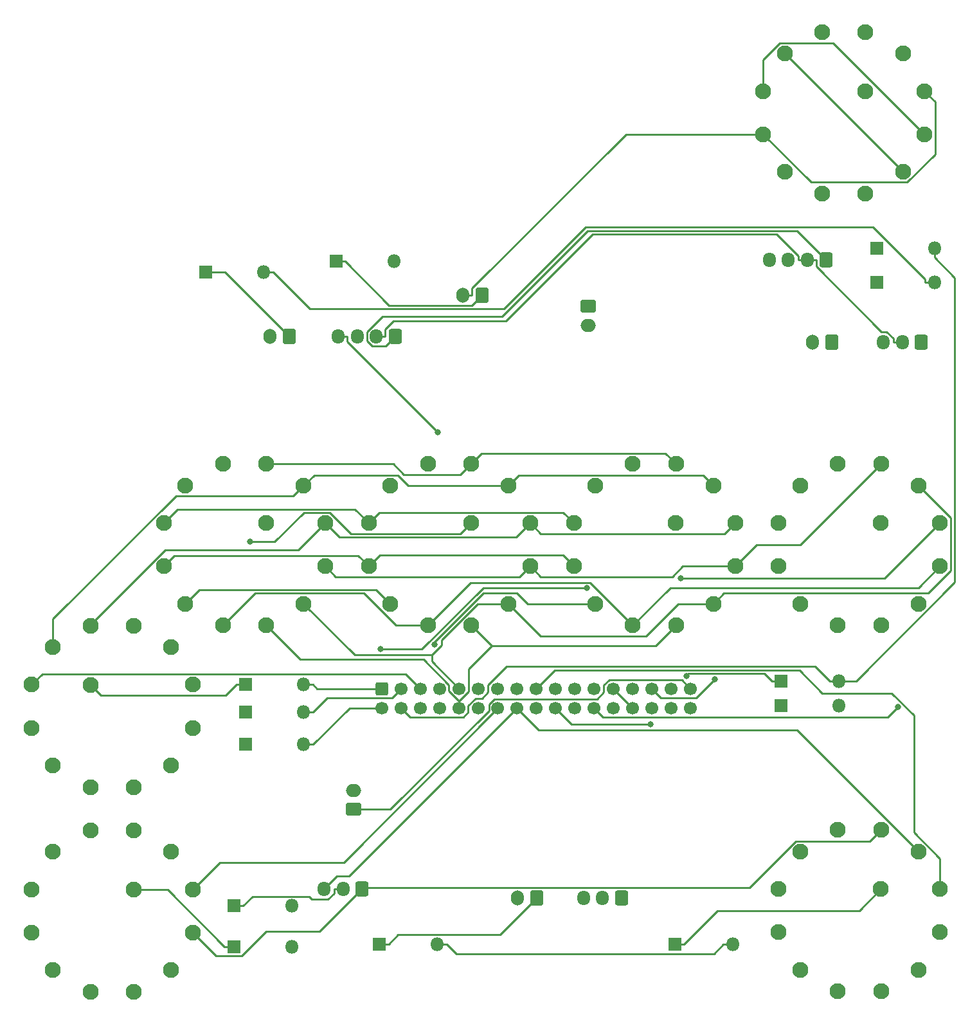
<source format=gbr>
%TF.GenerationSoftware,KiCad,Pcbnew,8.0.2-1*%
%TF.CreationDate,2024-08-11T12:42:30+10:00*%
%TF.ProjectId,UHF-ROTARIES,5548462d-524f-4544-9152-4945532e6b69,rev?*%
%TF.SameCoordinates,Original*%
%TF.FileFunction,Copper,L2,Bot*%
%TF.FilePolarity,Positive*%
%FSLAX46Y46*%
G04 Gerber Fmt 4.6, Leading zero omitted, Abs format (unit mm)*
G04 Created by KiCad (PCBNEW 8.0.2-1) date 2024-08-11 12:42:30*
%MOMM*%
%LPD*%
G01*
G04 APERTURE LIST*
G04 Aperture macros list*
%AMRoundRect*
0 Rectangle with rounded corners*
0 $1 Rounding radius*
0 $2 $3 $4 $5 $6 $7 $8 $9 X,Y pos of 4 corners*
0 Add a 4 corners polygon primitive as box body*
4,1,4,$2,$3,$4,$5,$6,$7,$8,$9,$2,$3,0*
0 Add four circle primitives for the rounded corners*
1,1,$1+$1,$2,$3*
1,1,$1+$1,$4,$5*
1,1,$1+$1,$6,$7*
1,1,$1+$1,$8,$9*
0 Add four rect primitives between the rounded corners*
20,1,$1+$1,$2,$3,$4,$5,0*
20,1,$1+$1,$4,$5,$6,$7,0*
20,1,$1+$1,$6,$7,$8,$9,0*
20,1,$1+$1,$8,$9,$2,$3,0*%
G04 Aperture macros list end*
%TA.AperFunction,ComponentPad*%
%ADD10C,2.100000*%
%TD*%
%TA.AperFunction,ComponentPad*%
%ADD11R,1.800000X1.800000*%
%TD*%
%TA.AperFunction,ComponentPad*%
%ADD12O,1.800000X1.800000*%
%TD*%
%TA.AperFunction,ComponentPad*%
%ADD13RoundRect,0.250000X0.600000X0.750000X-0.600000X0.750000X-0.600000X-0.750000X0.600000X-0.750000X0*%
%TD*%
%TA.AperFunction,ComponentPad*%
%ADD14O,1.700000X2.000000*%
%TD*%
%TA.AperFunction,ComponentPad*%
%ADD15RoundRect,0.250000X0.600000X0.725000X-0.600000X0.725000X-0.600000X-0.725000X0.600000X-0.725000X0*%
%TD*%
%TA.AperFunction,ComponentPad*%
%ADD16O,1.700000X1.950000*%
%TD*%
%TA.AperFunction,ComponentPad*%
%ADD17RoundRect,0.250000X-0.750000X0.600000X-0.750000X-0.600000X0.750000X-0.600000X0.750000X0.600000X0*%
%TD*%
%TA.AperFunction,ComponentPad*%
%ADD18O,2.000000X1.700000*%
%TD*%
%TA.AperFunction,ComponentPad*%
%ADD19RoundRect,0.250000X0.750000X-0.600000X0.750000X0.600000X-0.750000X0.600000X-0.750000X-0.600000X0*%
%TD*%
%TA.AperFunction,ComponentPad*%
%ADD20RoundRect,0.250000X-0.600000X0.600000X-0.600000X-0.600000X0.600000X-0.600000X0.600000X0.600000X0*%
%TD*%
%TA.AperFunction,ComponentPad*%
%ADD21C,1.700000*%
%TD*%
%TA.AperFunction,ViaPad*%
%ADD22C,0.800000*%
%TD*%
%TA.AperFunction,Conductor*%
%ADD23C,0.250000*%
%TD*%
G04 APERTURE END LIST*
D10*
%TO.P,SW9,1,1*%
%TO.N,ROW0*%
X107472000Y17778000D03*
%TO.P,SW9,2,2*%
%TO.N,ROW1*%
X112403000Y14931000D03*
%TO.P,SW9,3,3*%
%TO.N,ROW2*%
X115250000Y10000000D03*
%TO.P,SW9,4,4*%
%TO.N,ROW3*%
X115250000Y4306000D03*
%TO.P,SW9,5,5*%
%TO.N,ROW4*%
X112403000Y-625000D03*
%TO.P,SW9,6,6*%
%TO.N,ROW5*%
X107472000Y-3472000D03*
%TO.P,SW9,7,7*%
%TO.N,ROW6*%
X101778000Y-3472000D03*
%TO.P,SW9,8,8*%
%TO.N,ROW7*%
X96847000Y-625000D03*
%TO.P,SW9,9,9*%
%TO.N,ROW8*%
X94000000Y4306000D03*
%TO.P,SW9,10,10*%
%TO.N,ROW9*%
X94000000Y10000000D03*
%TO.P,SW9,11,11*%
%TO.N,unconnected-(SW9-Pad11)*%
X96847000Y14931000D03*
%TO.P,SW9,12,12*%
%TO.N,unconnected-(SW9-Pad12)*%
X101778000Y17778000D03*
%TO.P,SW9,A1,A1*%
%TO.N,Net-(D10-K)*%
X107453000Y9981000D03*
%TD*%
%TO.P,J10,1,1*%
%TO.N,ROW10*%
X134472000Y-30397000D03*
%TO.P,J10,2,2*%
%TO.N,ROW11*%
X139403000Y-33244000D03*
%TO.P,J10,3,3*%
%TO.N,ROW12*%
X142250000Y-38175000D03*
%TO.P,J10,4,4*%
%TO.N,unconnected-(J10-Pad4)*%
X142250000Y-43869000D03*
%TO.P,J10,5,5*%
%TO.N,unconnected-(J10-Pad5)*%
X139403000Y-48800000D03*
%TO.P,J10,6,6*%
%TO.N,unconnected-(J10-Pad6)*%
X134472000Y-51647000D03*
%TO.P,J10,7,7*%
%TO.N,unconnected-(J10-Pad7)*%
X128778000Y-51647000D03*
%TO.P,J10,8,8*%
%TO.N,unconnected-(J10-Pad8)*%
X123847000Y-48800000D03*
%TO.P,J10,9,9*%
%TO.N,unconnected-(J10-Pad9)*%
X121000000Y-43869000D03*
%TO.P,J10,10,10*%
%TO.N,unconnected-(J10-Pad10)*%
X121000000Y-38175000D03*
%TO.P,J10,11,11*%
%TO.N,unconnected-(J10-Pad11)*%
X123847000Y-33244000D03*
%TO.P,J10,12,12*%
%TO.N,unconnected-(J10-Pad12)*%
X128778000Y-30397000D03*
%TO.P,J10,A1,A1*%
%TO.N,Net-(D2-K)*%
X134453000Y-38194000D03*
%TD*%
%TO.P,SW2,1,1*%
%TO.N,ROW0*%
X80472000Y17778000D03*
%TO.P,SW2,2,2*%
%TO.N,ROW1*%
X85403000Y14931000D03*
%TO.P,SW2,3,3*%
%TO.N,ROW2*%
X88250000Y10000000D03*
%TO.P,SW2,4,4*%
%TO.N,ROW3*%
X88250000Y4306000D03*
%TO.P,SW2,5,5*%
%TO.N,ROW4*%
X85403000Y-625000D03*
%TO.P,SW2,6,6*%
%TO.N,ROW5*%
X80472000Y-3472000D03*
%TO.P,SW2,7,7*%
%TO.N,ROW6*%
X74778000Y-3472000D03*
%TO.P,SW2,8,8*%
%TO.N,ROW7*%
X69847000Y-625000D03*
%TO.P,SW2,9,9*%
%TO.N,ROW8*%
X67000000Y4306000D03*
%TO.P,SW2,10,10*%
%TO.N,ROW9*%
X67000000Y10000000D03*
%TO.P,SW2,11,11*%
%TO.N,unconnected-(SW2-Pad11)*%
X69847000Y14931000D03*
%TO.P,SW2,12,12*%
%TO.N,unconnected-(SW2-Pad12)*%
X74778000Y17778000D03*
%TO.P,SW2,A1,A1*%
%TO.N,Net-(D7-K)*%
X80453000Y9981000D03*
%TD*%
%TO.P,J9,1,1*%
%TO.N,ROW7*%
X36022000Y-30428000D03*
%TO.P,J9,2,2*%
%TO.N,ROW8*%
X40953000Y-33275000D03*
%TO.P,J9,3,3*%
%TO.N,ROW9*%
X43800000Y-38206000D03*
%TO.P,J9,4,4*%
%TO.N,ROW10*%
X43800000Y-43900000D03*
%TO.P,J9,5,5*%
%TO.N,unconnected-(J9-Pad5)*%
X40953000Y-48831000D03*
%TO.P,J9,6,6*%
%TO.N,unconnected-(J9-Pad6)*%
X36022000Y-51678000D03*
%TO.P,J9,7,7*%
%TO.N,unconnected-(J9-Pad7)*%
X30328000Y-51678000D03*
%TO.P,J9,8,8*%
%TO.N,unconnected-(J9-Pad8)*%
X25397000Y-48831000D03*
%TO.P,J9,9,9*%
%TO.N,unconnected-(J9-Pad9)*%
X22550000Y-43900000D03*
%TO.P,J9,10,10*%
%TO.N,unconnected-(J9-Pad10)*%
X22550000Y-38206000D03*
%TO.P,J9,11,11*%
%TO.N,unconnected-(J9-Pad11)*%
X25397000Y-33275000D03*
%TO.P,J9,12,12*%
%TO.N,unconnected-(J9-Pad12)*%
X30328000Y-30428000D03*
%TO.P,J9,A1,A1*%
%TO.N,Net-(D1-K)*%
X36003000Y-38225000D03*
%TD*%
%TO.P,SW5,1,1*%
%TO.N,ROW0*%
X22553000Y-11275000D03*
%TO.P,SW5,2,2*%
%TO.N,ROW1*%
X25400000Y-6344000D03*
%TO.P,SW5,3,3*%
%TO.N,ROW2*%
X30331000Y-3497000D03*
%TO.P,SW5,4,4*%
%TO.N,unconnected-(SW5-Pad4)*%
X36025000Y-3497000D03*
%TO.P,SW5,5,5*%
%TO.N,unconnected-(SW5-Pad5)*%
X40956000Y-6344000D03*
%TO.P,SW5,6,6*%
%TO.N,unconnected-(SW5-Pad6)*%
X43803000Y-11275000D03*
%TO.P,SW5,7,7*%
%TO.N,unconnected-(SW5-Pad7)*%
X43803000Y-16969000D03*
%TO.P,SW5,8,8*%
%TO.N,unconnected-(SW5-Pad8)*%
X40956000Y-21900000D03*
%TO.P,SW5,9,9*%
%TO.N,unconnected-(SW5-Pad9)*%
X36025000Y-24747000D03*
%TO.P,SW5,10,10*%
%TO.N,unconnected-(SW5-Pad10)*%
X30331000Y-24747000D03*
%TO.P,SW5,11,11*%
%TO.N,unconnected-(SW5-Pad11)*%
X25400000Y-21900000D03*
%TO.P,SW5,12,12*%
%TO.N,unconnected-(SW5-Pad12)*%
X22553000Y-16969000D03*
%TO.P,SW5,A1,A1*%
%TO.N,Net-(D5-K)*%
X30350000Y-11294000D03*
%TD*%
%TO.P,SW3,1,1*%
%TO.N,ROW3*%
X134472000Y17778000D03*
%TO.P,SW3,2,2*%
%TO.N,ROW4*%
X139403000Y14931000D03*
%TO.P,SW3,3,3*%
%TO.N,ROW5*%
X142250000Y10000000D03*
%TO.P,SW3,4,4*%
%TO.N,ROW6*%
X142250000Y4306000D03*
%TO.P,SW3,5,5*%
%TO.N,unconnected-(SW3-Pad5)*%
X139403000Y-625000D03*
%TO.P,SW3,6,6*%
%TO.N,unconnected-(SW3-Pad6)*%
X134472000Y-3472000D03*
%TO.P,SW3,7,7*%
%TO.N,unconnected-(SW3-Pad7)*%
X128778000Y-3472000D03*
%TO.P,SW3,8,8*%
%TO.N,unconnected-(SW3-Pad8)*%
X123847000Y-625000D03*
%TO.P,SW3,9,9*%
%TO.N,unconnected-(SW3-Pad9)*%
X121000000Y4306000D03*
%TO.P,SW3,10,10*%
%TO.N,unconnected-(SW3-Pad10)*%
X121000000Y10000000D03*
%TO.P,SW3,11,11*%
%TO.N,unconnected-(SW3-Pad11)*%
X123847000Y14931000D03*
%TO.P,SW3,12,12*%
%TO.N,unconnected-(SW3-Pad12)*%
X128778000Y17778000D03*
%TO.P,SW3,A1,A1*%
%TO.N,Net-(D8-K)*%
X134453000Y9981000D03*
%TD*%
%TO.P,SW1,1,1*%
%TO.N,ROW0*%
X53472000Y17778000D03*
%TO.P,SW1,2,2*%
%TO.N,ROW1*%
X58403000Y14931000D03*
%TO.P,SW1,3,3*%
%TO.N,ROW2*%
X61250000Y10000000D03*
%TO.P,SW1,4,4*%
%TO.N,ROW3*%
X61250000Y4306000D03*
%TO.P,SW1,5,5*%
%TO.N,ROW4*%
X58403000Y-625000D03*
%TO.P,SW1,6,6*%
%TO.N,ROW5*%
X53472000Y-3472000D03*
%TO.P,SW1,7,7*%
%TO.N,ROW6*%
X47778000Y-3472000D03*
%TO.P,SW1,8,8*%
%TO.N,ROW7*%
X42847000Y-625000D03*
%TO.P,SW1,9,9*%
%TO.N,ROW8*%
X40000000Y4306000D03*
%TO.P,SW1,10,10*%
%TO.N,ROW9*%
X40000000Y10000000D03*
%TO.P,SW1,11,11*%
%TO.N,unconnected-(SW1-Pad11)*%
X42847000Y14931000D03*
%TO.P,SW1,12,12*%
%TO.N,unconnected-(SW1-Pad12)*%
X47778000Y17778000D03*
%TO.P,SW1,A1,A1*%
%TO.N,Net-(D6-K)*%
X53453000Y9981000D03*
%TD*%
%TO.P,SW4,1,1*%
%TO.N,ROW10*%
X132425000Y74647000D03*
%TO.P,SW4,2,2*%
%TO.N,ROW11*%
X137356000Y71800000D03*
%TO.P,SW4,3,3*%
%TO.N,ROW12*%
X140203000Y66869000D03*
%TO.P,SW4,4,4*%
%TO.N,ROW13*%
X140203000Y61175000D03*
%TO.P,SW4,5,5*%
%TO.N,ROW14*%
X137356000Y56244000D03*
%TO.P,SW4,6,6*%
%TO.N,ROW15*%
X132425000Y53397000D03*
%TO.P,SW4,7,7*%
%TO.N,ROW10*%
X126731000Y53397000D03*
%TO.P,SW4,8,8*%
%TO.N,ROW11*%
X121800000Y56244000D03*
%TO.P,SW4,9,9*%
%TO.N,ROW12*%
X118953000Y61175000D03*
%TO.P,SW4,10,10*%
%TO.N,ROW13*%
X118953000Y66869000D03*
%TO.P,SW4,11,11*%
%TO.N,ROW14*%
X121800000Y71800000D03*
%TO.P,SW4,12,12*%
%TO.N,ROW15*%
X126731000Y74647000D03*
%TO.P,SW4,A1,A1*%
%TO.N,Net-(D9-K)*%
X132406000Y66850000D03*
%TD*%
D11*
%TO.P,D13,1,K*%
%TO.N,Net-(D13-K)*%
X62680000Y44450000D03*
D12*
%TO.P,D13,2,A*%
%TO.N,COL9*%
X70300000Y44450000D03*
%TD*%
D13*
%TO.P,SW7,1,1*%
%TO.N,Net-(D4-K)*%
X127950000Y33825000D03*
D14*
%TO.P,SW7,2,2*%
%TO.N,ROW14*%
X125450000Y33825000D03*
%TD*%
D11*
%TO.P,D6,1,K*%
%TO.N,Net-(D6-K)*%
X50790000Y-19150000D03*
D12*
%TO.P,D6,2,A*%
%TO.N,COL8*%
X58410000Y-19150000D03*
%TD*%
D15*
%TO.P,RV1,1,1*%
%TO.N,ANALOG_5V*%
X100300000Y-39350000D03*
D16*
%TO.P,RV1,2,2*%
%TO.N,UHF_VOL*%
X97800000Y-39350000D03*
%TO.P,RV1,3,3*%
%TO.N,ANALOG_GND*%
X95300000Y-39350000D03*
%TD*%
D17*
%TO.P,J2,1,Pin_1*%
%TO.N,+12V*%
X95920000Y38520000D03*
D18*
%TO.P,J2,2,Pin_2*%
%TO.N,BACKLIGHT_-V*%
X95920000Y36020000D03*
%TD*%
D11*
%TO.P,D4,1,K*%
%TO.N,Net-(D4-K)*%
X133880000Y41700000D03*
D12*
%TO.P,D4,2,A*%
%TO.N,COL8*%
X141500000Y41700000D03*
%TD*%
D11*
%TO.P,D7,1,K*%
%TO.N,Net-(D7-K)*%
X50790000Y-14900000D03*
D12*
%TO.P,D7,2,A*%
%TO.N,COL9*%
X58410000Y-14900000D03*
%TD*%
D11*
%TO.P,D9,1,K*%
%TO.N,Net-(D9-K)*%
X133880000Y46200000D03*
D12*
%TO.P,D9,2,A*%
%TO.N,COL10*%
X141500000Y46200000D03*
%TD*%
D15*
%TO.P,J5,1,Pin_1*%
%TO.N,+5V*%
X127260000Y44680000D03*
D16*
%TO.P,J5,2,Pin_2*%
%TO.N,GND*%
X124760000Y44680000D03*
%TO.P,J5,3,Pin_3*%
%TO.N,UHF_PRESET_SC*%
X122260000Y44680000D03*
%TO.P,J5,4,Pin_4*%
%TO.N,UHF_PRESET_SD*%
X119760000Y44680000D03*
%TD*%
D11*
%TO.P,D12,1,K*%
%TO.N,Net-(D12-K)*%
X49230000Y-40400000D03*
D12*
%TO.P,D12,2,A*%
%TO.N,COL9*%
X56850000Y-40400000D03*
%TD*%
D15*
%TO.P,SW8,1,1*%
%TO.N,UHF_PRESET_A*%
X139790000Y33780000D03*
D16*
%TO.P,SW8,2,2*%
%TO.N,GND*%
X137290000Y33780000D03*
%TO.P,SW8,3,3*%
%TO.N,UHF_PRESET_B*%
X134790000Y33780000D03*
%TD*%
D13*
%TO.P,SW12,1,1*%
%TO.N,Net-(D13-K)*%
X81920000Y40030000D03*
D14*
%TO.P,SW12,2,2*%
%TO.N,ROW12*%
X79420000Y40030000D03*
%TD*%
D15*
%TO.P,SW10,1,A*%
%TO.N,ROW10*%
X66100000Y-38200000D03*
D16*
%TO.P,SW10,2,B*%
%TO.N,Net-(D12-K)*%
X63600000Y-38200000D03*
%TO.P,SW10,3,C*%
%TO.N,ROW11*%
X61100000Y-38200000D03*
%TD*%
D13*
%TO.P,SW13,1,A*%
%TO.N,Net-(D11-K)*%
X89100000Y-39350000D03*
D14*
%TO.P,SW13,2,B*%
%TO.N,ROW15*%
X86600000Y-39350000D03*
%TD*%
D15*
%TO.P,J3,1,Pin_1*%
%TO.N,+5V*%
X70500000Y34600000D03*
D16*
%TO.P,J3,2,Pin_2*%
%TO.N,GND*%
X68000000Y34600000D03*
%TO.P,J3,3,Pin_3*%
%TO.N,UHF_CHANNEL_SC*%
X65500000Y34600000D03*
%TO.P,J3,4,Pin_4*%
%TO.N,UHF_CHANNEL_SD*%
X63000000Y34600000D03*
%TD*%
D11*
%TO.P,D2,1,K*%
%TO.N,Net-(D2-K)*%
X107290000Y-45450000D03*
D12*
%TO.P,D2,2,A*%
%TO.N,COL8*%
X114910000Y-45450000D03*
%TD*%
D19*
%TO.P,J4,1,Pin_1*%
%TO.N,+12V*%
X65030000Y-27685000D03*
D18*
%TO.P,J4,2,Pin_2*%
%TO.N,BACKLIGHT_-V*%
X65030000Y-25185000D03*
%TD*%
D11*
%TO.P,D8,1,K*%
%TO.N,Net-(D8-K)*%
X121320000Y-14000000D03*
D12*
%TO.P,D8,2,A*%
%TO.N,COL7*%
X128940000Y-14000000D03*
%TD*%
D11*
%TO.P,D1,1,K*%
%TO.N,Net-(D1-K)*%
X49240000Y-45750000D03*
D12*
%TO.P,D1,2,A*%
%TO.N,COL7*%
X56860000Y-45750000D03*
%TD*%
D11*
%TO.P,D5,1,K*%
%TO.N,Net-(D5-K)*%
X50800000Y-11250000D03*
D12*
%TO.P,D5,2,A*%
%TO.N,COL7*%
X58420000Y-11250000D03*
%TD*%
D11*
%TO.P,D10,1,K*%
%TO.N,Net-(D10-K)*%
X121320000Y-10800000D03*
D12*
%TO.P,D10,2,A*%
%TO.N,COL10*%
X128940000Y-10800000D03*
%TD*%
D11*
%TO.P,D3,1,K*%
%TO.N,Net-(D3-K)*%
X45540000Y43050000D03*
D12*
%TO.P,D3,2,A*%
%TO.N,COL8*%
X53160000Y43050000D03*
%TD*%
D11*
%TO.P,D11,1,K*%
%TO.N,Net-(D11-K)*%
X68390000Y-45400000D03*
D12*
%TO.P,D11,2,A*%
%TO.N,COL8*%
X76010000Y-45400000D03*
%TD*%
D20*
%TO.P,J1,1,Pin_1*%
%TO.N,COL7*%
X68760000Y-11800000D03*
D21*
%TO.P,J1,2,Pin_2*%
%TO.N,COL8*%
X68760000Y-14340000D03*
%TO.P,J1,3,Pin_3*%
%TO.N,COL9*%
X71300000Y-11800000D03*
%TO.P,J1,4,Pin_4*%
%TO.N,COL10*%
X71300000Y-14340000D03*
%TO.P,J1,5,Pin_5*%
%TO.N,ROW0*%
X73840000Y-11800000D03*
%TO.P,J1,6,Pin_6*%
%TO.N,ROW1*%
X73840000Y-14340000D03*
%TO.P,J1,7,Pin_7*%
%TO.N,ROW2*%
X76380000Y-11800000D03*
%TO.P,J1,8,Pin_8*%
%TO.N,ROW3*%
X76380000Y-14340000D03*
%TO.P,J1,9,Pin_9*%
%TO.N,ROW4*%
X78920000Y-11800000D03*
%TO.P,J1,10,Pin_10*%
%TO.N,ROW5*%
X78920000Y-14340000D03*
%TO.P,J1,11,Pin_11*%
%TO.N,ROW6*%
X81460000Y-11800000D03*
%TO.P,J1,12,Pin_12*%
%TO.N,ROW7*%
X81460000Y-14340000D03*
%TO.P,J1,13,Pin_13*%
%TO.N,ROW8*%
X84000000Y-11800000D03*
%TO.P,J1,14,Pin_14*%
%TO.N,ROW9*%
X84000000Y-14340000D03*
%TO.P,J1,15,Pin_15*%
%TO.N,ROW10*%
X86540000Y-11800000D03*
%TO.P,J1,16,Pin_16*%
%TO.N,ROW11*%
X86540000Y-14340000D03*
%TO.P,J1,17,Pin_17*%
%TO.N,ROW12*%
X89080000Y-11800000D03*
%TO.P,J1,18,Pin_18*%
%TO.N,ROW13*%
X89080000Y-14340000D03*
%TO.P,J1,19,Pin_19*%
%TO.N,ROW14*%
X91620000Y-11800000D03*
%TO.P,J1,20,Pin_20*%
%TO.N,ROW15*%
X91620000Y-14340000D03*
%TO.P,J1,21,Pin_21*%
%TO.N,ANALOG_5V*%
X94160000Y-11800000D03*
%TO.P,J1,22,Pin_22*%
%TO.N,UHF_VOL*%
X94160000Y-14340000D03*
%TO.P,J1,23,Pin_23*%
%TO.N,ANALOG_GND*%
X96700000Y-11800000D03*
%TO.P,J1,24,Pin_24*%
%TO.N,UHF_PRESET_A*%
X96700000Y-14340000D03*
%TO.P,J1,25,Pin_25*%
%TO.N,GND*%
X99240000Y-11800000D03*
%TO.P,J1,26,Pin_26*%
%TO.N,UHF_PRESET_B*%
X99240000Y-14340000D03*
%TO.P,J1,27,Pin_27*%
%TO.N,+5V*%
X101780000Y-11800000D03*
%TO.P,J1,28,Pin_28*%
%TO.N,GND*%
X101780000Y-14340000D03*
%TO.P,J1,29,Pin_29*%
%TO.N,UHF_PRESET_SC*%
X104320000Y-11800000D03*
%TO.P,J1,30,Pin_30*%
%TO.N,UHF_PRESET_SD*%
X104320000Y-14340000D03*
%TO.P,J1,31,Pin_31*%
%TO.N,UHF_CHANNEL_SC*%
X106860000Y-11800000D03*
%TO.P,J1,32,Pin_32*%
%TO.N,UHF_CHANNEL_SD*%
X106860000Y-14340000D03*
%TO.P,J1,33,Pin_33*%
%TO.N,+12V*%
X109400000Y-11800000D03*
%TO.P,J1,34,Pin_34*%
%TO.N,BACKLIGHT_-V*%
X109400000Y-14340000D03*
%TD*%
D13*
%TO.P,SW6,1,1*%
%TO.N,Net-(D3-K)*%
X56500000Y34600000D03*
D14*
%TO.P,SW6,2,2*%
%TO.N,ROW13*%
X54000000Y34600000D03*
%TD*%
D22*
%TO.N,Net-(D10-K)*%
X108818800Y-10102800D03*
%TO.N,ROW15*%
X104091700Y-16458800D03*
%TO.N,ROW5*%
X108056700Y2722400D03*
%TO.N,Net-(D7-K)*%
X51376100Y7520200D03*
%TO.N,UHF_CHANNEL_SD*%
X76118400Y21967800D03*
%TO.N,BACKLIGHT_-V*%
X68589100Y-6619500D03*
X95707300Y1442100D03*
%TO.N,ROW7*%
X75624800Y-6019500D03*
%TO.N,UHF_PRESET_SC*%
X112551300Y-10554500D03*
%TO.N,UHF_PRESET_A*%
X136671500Y-14237300D03*
%TD*%
D23*
%TO.N,Net-(D1-K)*%
X49240000Y-45750000D02*
X48013300Y-45750000D01*
X48013300Y-45750000D02*
X40488300Y-38225000D01*
X40488300Y-38225000D02*
X36003000Y-38225000D01*
%TO.N,COL7*%
X60196700Y-11800000D02*
X68760000Y-11800000D01*
X58420000Y-11250000D02*
X59646700Y-11250000D01*
X59646700Y-11250000D02*
X60196700Y-11800000D01*
%TO.N,Net-(D2-K)*%
X107290000Y-45450000D02*
X108516700Y-45450000D01*
X112944700Y-41022000D02*
X131625000Y-41022000D01*
X131625000Y-41022000D02*
X134453000Y-38194000D01*
X108516700Y-45450000D02*
X112944700Y-41022000D01*
%TO.N,Net-(D3-K)*%
X45540000Y43050000D02*
X48050000Y43050000D01*
X48050000Y43050000D02*
X56500000Y34600000D01*
%TO.N,COL8*%
X140273300Y42083300D02*
X133421300Y48935300D01*
X112456600Y-46676700D02*
X113683300Y-45450000D01*
X64446700Y-14340000D02*
X59636700Y-19150000D01*
X141500000Y41700000D02*
X140273300Y41700000D01*
X76010000Y-45400000D02*
X77236700Y-45400000D01*
X77236700Y-45400000D02*
X78513400Y-46676700D01*
X53160000Y43050000D02*
X54386700Y43050000D01*
X59257800Y38178900D02*
X54386700Y43050000D01*
X133421300Y48935300D02*
X95522800Y48935300D01*
X95522800Y48935300D02*
X84766400Y38178900D01*
X78513400Y-46676700D02*
X112456600Y-46676700D01*
X58410000Y-19150000D02*
X59636700Y-19150000D01*
X140273300Y41700000D02*
X140273300Y42083300D01*
X68760000Y-14340000D02*
X64446700Y-14340000D01*
X84766400Y38178900D02*
X59257800Y38178900D01*
X114910000Y-45450000D02*
X113683300Y-45450000D01*
%TO.N,COL9*%
X70108900Y-12991100D02*
X61545600Y-12991100D01*
X61545600Y-12991100D02*
X59636700Y-14900000D01*
X71300000Y-11800000D02*
X70108900Y-12991100D01*
X58410000Y-14900000D02*
X59636700Y-14900000D01*
%TO.N,COL10*%
X144162700Y42310600D02*
X141500000Y44973300D01*
X81065900Y-13070000D02*
X81890900Y-13070000D01*
X79448100Y-15522700D02*
X80096700Y-14874100D01*
X72482700Y-15522700D02*
X79448100Y-15522700D01*
X80096700Y-14874100D02*
X80096700Y-14039200D01*
X85165500Y-8892000D02*
X125805300Y-8892000D01*
X141500000Y46200000D02*
X141500000Y44973300D01*
X144162700Y2184600D02*
X144162700Y42310600D01*
X71300000Y-14340000D02*
X72482700Y-15522700D01*
X128855200Y-10800000D02*
X127713300Y-10800000D01*
X131178100Y-10800000D02*
X144162700Y2184600D01*
X125805300Y-8892000D02*
X127713300Y-10800000D01*
X81890900Y-13070000D02*
X82730000Y-12230900D01*
X82730000Y-12230900D02*
X82730000Y-11327500D01*
X128855200Y-10800000D02*
X128940000Y-10800000D01*
X128940000Y-10800000D02*
X131178100Y-10800000D01*
X82730000Y-11327500D02*
X85165500Y-8892000D01*
X80096700Y-14039200D02*
X81065900Y-13070000D01*
%TO.N,+5V*%
X69197000Y33297000D02*
X67460400Y33297000D01*
X67460400Y33297000D02*
X66750000Y34007400D01*
X66750000Y35188000D02*
X68782500Y37220500D01*
X84519000Y37220500D02*
X95782100Y48483600D01*
X68782500Y37220500D02*
X84519000Y37220500D01*
X66750000Y34007400D02*
X66750000Y35188000D01*
X123456400Y48483600D02*
X127260000Y44680000D01*
X70500000Y34600000D02*
X69197000Y33297000D01*
X95782100Y48483600D02*
X123456400Y48483600D01*
%TO.N,Net-(D10-K)*%
X109093900Y-9827700D02*
X119121000Y-9827700D01*
X119121000Y-9827700D02*
X120093300Y-10800000D01*
X121320000Y-10800000D02*
X120093300Y-10800000D01*
X108818800Y-10102800D02*
X109093900Y-9827700D01*
%TO.N,GND*%
X96468400Y48026900D02*
X120747300Y48026900D01*
X70274700Y36580500D02*
X85022000Y36580500D01*
X134546500Y35187700D02*
X135220400Y35187700D01*
X124760000Y44680000D02*
X123583300Y44680000D01*
X69176700Y35482500D02*
X70274700Y36580500D01*
X69176700Y34600000D02*
X69176700Y35482500D01*
X136113300Y34294800D02*
X136113300Y33780000D01*
X101780000Y-14340000D02*
X99240000Y-11800000D01*
X120747300Y48026900D02*
X123583300Y45190900D01*
X123583300Y45190900D02*
X123583300Y44680000D01*
X85022000Y36580500D02*
X96468400Y48026900D01*
X125936700Y43797500D02*
X134546500Y35187700D01*
X135220400Y35187700D02*
X136113300Y34294800D01*
X68000000Y34600000D02*
X69176700Y34600000D01*
X125936700Y44680000D02*
X125936700Y43797500D01*
X124760000Y44680000D02*
X125936700Y44680000D01*
X137290000Y33780000D02*
X136113300Y33780000D01*
%TO.N,Net-(D11-K)*%
X84276700Y-44173300D02*
X70843400Y-44173300D01*
X68390000Y-45400000D02*
X69616700Y-45400000D01*
X70843400Y-44173300D02*
X69616700Y-45400000D01*
X89100000Y-39350000D02*
X84276700Y-44173300D01*
%TO.N,ROW0*%
X80472000Y17778000D02*
X81848700Y19154700D01*
X70233400Y17778000D02*
X53472000Y17778000D01*
X81848700Y19154700D02*
X106095300Y19154700D01*
X106095300Y19154700D02*
X107472000Y17778000D01*
X79069400Y16375400D02*
X71636000Y16375400D01*
X23975400Y-9852600D02*
X22553000Y-11275000D01*
X71892600Y-9852600D02*
X23975400Y-9852600D01*
X80472000Y17778000D02*
X79069400Y16375400D01*
X73840000Y-11800000D02*
X71892600Y-9852600D01*
X71636000Y16375400D02*
X70233400Y17778000D01*
%TO.N,ROW1*%
X57026300Y13554300D02*
X41587900Y13554300D01*
X70828300Y16319100D02*
X59791100Y16319100D01*
X58403000Y14931000D02*
X57026300Y13554300D01*
X111023200Y16310800D02*
X112403000Y14931000D01*
X59791100Y16319100D02*
X58403000Y14931000D01*
X25400000Y-2633600D02*
X25400000Y-6344000D01*
X85403000Y14931000D02*
X72216400Y14931000D01*
X72216400Y14931000D02*
X70828300Y16319100D01*
X85403000Y14931000D02*
X86782800Y16310800D01*
X41587900Y13554300D02*
X25400000Y-2633600D01*
X86782800Y16310800D02*
X111023200Y16310800D01*
%TO.N,Net-(D12-K)*%
X62423300Y-38714800D02*
X62423300Y-38200000D01*
X51709900Y-39146800D02*
X59129200Y-39146800D01*
X63600000Y-38200000D02*
X62423300Y-38200000D01*
X59489600Y-39507200D02*
X61630900Y-39507200D01*
X49230000Y-40400000D02*
X50456700Y-40400000D01*
X61630900Y-39507200D02*
X62423300Y-38714800D01*
X59129200Y-39146800D02*
X59489600Y-39507200D01*
X50456700Y-40400000D02*
X51709900Y-39146800D01*
%TO.N,ROW15*%
X93738800Y-16458800D02*
X104091700Y-16458800D01*
X91620000Y-14340000D02*
X93738800Y-16458800D01*
%TO.N,ROW14*%
X121800000Y71800000D02*
X137356000Y56244000D01*
%TO.N,ROW5*%
X77556700Y-11283000D02*
X77556700Y-12104500D01*
X108056700Y2722400D02*
X134972400Y2722400D01*
X57973300Y-7973300D02*
X74247000Y-7973300D01*
X80472000Y-3472000D02*
X83188100Y-6188100D01*
X104755900Y-6188100D02*
X107472000Y-3472000D01*
X83188100Y-6188100D02*
X80190000Y-9186200D01*
X53472000Y-3472000D02*
X57973300Y-7973300D01*
X83188100Y-6188100D02*
X104755900Y-6188100D01*
X78918200Y-14338200D02*
X78920000Y-14340000D01*
X74247000Y-7973300D02*
X77556700Y-11283000D01*
X77556700Y-12104500D02*
X78918200Y-13466000D01*
X80190000Y-12194200D02*
X78918200Y-13466000D01*
X80190000Y-9186200D02*
X80190000Y-12194200D01*
X134972400Y2722400D02*
X142250000Y10000000D01*
X78918200Y-13466000D02*
X78918200Y-14338200D01*
%TO.N,Net-(D5-K)*%
X50800000Y-11250000D02*
X49573300Y-11250000D01*
X48142800Y-12680500D02*
X31736500Y-12680500D01*
X31736500Y-12680500D02*
X30350000Y-11294000D01*
X49573300Y-11250000D02*
X48142800Y-12680500D01*
%TO.N,Net-(D13-K)*%
X80557700Y38667700D02*
X69689000Y38667700D01*
X69689000Y38667700D02*
X63906700Y44450000D01*
X62680000Y44450000D02*
X63906700Y44450000D01*
X81920000Y40030000D02*
X80557700Y38667700D01*
%TO.N,ROW8*%
X68442500Y5748500D02*
X67000000Y4306000D01*
X94000000Y4306000D02*
X92557500Y5748500D01*
X41392300Y5698300D02*
X40000000Y4306000D01*
X65607700Y5698300D02*
X41392300Y5698300D01*
X92557500Y5748500D02*
X68442500Y5748500D01*
X67000000Y4306000D02*
X65607700Y5698300D01*
%TO.N,ROW2*%
X88250000Y10000000D02*
X89647400Y8602600D01*
X113852600Y8602600D02*
X115250000Y10000000D01*
X57686300Y6436300D02*
X61250000Y10000000D01*
X63122000Y8128000D02*
X86378000Y8128000D01*
X89647400Y8602600D02*
X113852600Y8602600D01*
X61250000Y10000000D02*
X63122000Y8128000D01*
X30331000Y-3497000D02*
X30331000Y-3397500D01*
X86378000Y8128000D02*
X88250000Y10000000D01*
X40164800Y6436300D02*
X57686300Y6436300D01*
X30331000Y-3397500D02*
X40164800Y6436300D01*
%TO.N,ROW12*%
X135863500Y-12401400D02*
X138789100Y-15327000D01*
X89080000Y-11800000D02*
X91504100Y-9375900D01*
X138789100Y-15327000D02*
X138789100Y-30683000D01*
X123732800Y-9375900D02*
X126758300Y-12401400D01*
X100859200Y61175000D02*
X118953000Y61175000D01*
X80596700Y40912500D02*
X100859200Y61175000D01*
X80596700Y40030000D02*
X80596700Y40912500D01*
X138789100Y-30683000D02*
X142250000Y-34143900D01*
X79420000Y40030000D02*
X80596700Y40030000D01*
X137927400Y54859700D02*
X141638700Y58571000D01*
X126758300Y-12401400D02*
X135863500Y-12401400D01*
X141638700Y65433300D02*
X140203000Y66869000D01*
X91504100Y-9375900D02*
X123732800Y-9375900D01*
X142250000Y-34143900D02*
X142250000Y-38175000D01*
X125268300Y54859700D02*
X137927400Y54859700D01*
X118953000Y61175000D02*
X125268300Y54859700D01*
X141638700Y58571000D02*
X141638700Y65433300D01*
%TO.N,Net-(D7-K)*%
X51376100Y7520200D02*
X54598500Y7520200D01*
X79074300Y8602300D02*
X80453000Y9981000D01*
X58455000Y11376700D02*
X61869100Y11376700D01*
X54598500Y7520200D02*
X58455000Y11376700D01*
X64643500Y8602300D02*
X79074300Y8602300D01*
X61869100Y11376700D02*
X64643500Y8602300D01*
%TO.N,ROW9*%
X67000000Y10000000D02*
X68377100Y11377100D01*
X67000000Y10000000D02*
X65170100Y11829900D01*
X84000000Y-14340000D02*
X63689800Y-34650200D01*
X63689800Y-34650200D02*
X47355800Y-34650200D01*
X92622900Y11377100D02*
X94000000Y10000000D01*
X47355800Y-34650200D02*
X43800000Y-38206000D01*
X65170100Y11829900D02*
X41829900Y11829900D01*
X41829900Y11829900D02*
X40000000Y10000000D01*
X68377100Y11377100D02*
X92622900Y11377100D01*
%TO.N,UHF_CHANNEL_SD*%
X76118400Y21967800D02*
X64176700Y33909500D01*
X64176700Y33909500D02*
X64176700Y34600000D01*
X63000000Y34600000D02*
X64176700Y34600000D01*
%TO.N,ROW4*%
X65124200Y-7346200D02*
X75325800Y-7346200D01*
X139403000Y14931000D02*
X143669900Y10664100D01*
X113779700Y751700D02*
X112403000Y-625000D01*
X85403000Y-625000D02*
X89672000Y-4894000D01*
X78920000Y-11800000D02*
X75325800Y-8205800D01*
X81349100Y-625000D02*
X85403000Y-625000D01*
X75325800Y-8205800D02*
X75325800Y-7346200D01*
X143669900Y10664100D02*
X143669900Y3726400D01*
X89672000Y-4894000D02*
X103521500Y-4894000D01*
X143669900Y3726400D02*
X140695200Y751700D01*
X76616100Y-5358000D02*
X81349100Y-625000D01*
X103521500Y-4894000D02*
X107790500Y-625000D01*
X140695200Y751700D02*
X113779700Y751700D01*
X75325800Y-7346200D02*
X76616100Y-6055900D01*
X107790500Y-625000D02*
X112403000Y-625000D01*
X58403000Y-625000D02*
X65124200Y-7346200D01*
X76616100Y-6055900D02*
X76616100Y-5358000D01*
%TO.N,ROW11*%
X64389000Y-36491000D02*
X62809000Y-36491000D01*
X89421500Y-17221500D02*
X123380500Y-17221500D01*
X86540000Y-14340000D02*
X89421500Y-17221500D01*
X123380500Y-17221500D02*
X139403000Y-33244000D01*
X62809000Y-36491000D02*
X61100000Y-38200000D01*
X86540000Y-14340000D02*
X64389000Y-36491000D01*
%TO.N,ROW13*%
X118953000Y70971300D02*
X121160900Y73179200D01*
X128198800Y73179200D02*
X140203000Y61175000D01*
X121160900Y73179200D02*
X128198800Y73179200D01*
X118953000Y66869000D02*
X118953000Y70971300D01*
%TO.N,BACKLIGHT_-V*%
X82058800Y1442100D02*
X95707300Y1442100D01*
X73997200Y-6619500D02*
X82058800Y1442100D01*
X68589100Y-6619500D02*
X73997200Y-6619500D01*
%TO.N,ROW6*%
X70592000Y-3472000D02*
X74778000Y-3472000D01*
X52018600Y768600D02*
X66351400Y768600D01*
X96129100Y2176900D02*
X80426900Y2176900D01*
X47778000Y-3472000D02*
X52018600Y768600D01*
X66351400Y768600D02*
X70592000Y-3472000D01*
X80426900Y2176900D02*
X74778000Y-3472000D01*
X106733400Y1483400D02*
X101778000Y-3472000D01*
X101778000Y-3472000D02*
X96129100Y2176900D01*
X139427400Y1483400D02*
X106733400Y1483400D01*
X142250000Y4306000D02*
X139427400Y1483400D01*
%TO.N,ROW3*%
X134472000Y17778000D02*
X123847000Y7153000D01*
X106970200Y2927400D02*
X89628600Y2927400D01*
X118097000Y7153000D02*
X115250000Y4306000D01*
X86873300Y2929300D02*
X88250000Y4306000D01*
X115250000Y4306000D02*
X108348800Y4306000D01*
X108348800Y4306000D02*
X106970200Y2927400D01*
X123847000Y7153000D02*
X118097000Y7153000D01*
X89628600Y2927400D02*
X88250000Y4306000D01*
X61250000Y4306000D02*
X62626700Y2929300D01*
X62626700Y2929300D02*
X86873300Y2929300D01*
%TO.N,ROW10*%
X123276700Y-31867300D02*
X133001700Y-31867300D01*
X43800000Y-43900000D02*
X46876700Y-46976700D01*
X117178600Y-37965400D02*
X123276700Y-31867300D01*
X66334600Y-37965400D02*
X117178600Y-37965400D01*
X133001700Y-31867300D02*
X134472000Y-30397000D01*
X46876700Y-46976700D02*
X50275400Y-46976700D01*
X50275400Y-46976700D02*
X53495200Y-43756900D01*
X60543100Y-43756900D02*
X66100000Y-38200000D01*
X66100000Y-38200000D02*
X66334600Y-37965400D01*
X53495200Y-43756900D02*
X60543100Y-43756900D01*
%TO.N,ROW7*%
X86530900Y795600D02*
X87951500Y-625000D01*
X87951500Y-625000D02*
X96847000Y-625000D01*
X69847000Y-625000D02*
X68001700Y1220300D01*
X75624800Y-6019500D02*
X75624800Y-5681500D01*
X82101900Y795600D02*
X86530900Y795600D01*
X44692300Y1220300D02*
X42847000Y-625000D01*
X75624800Y-5681500D02*
X82101900Y795600D01*
X68001700Y1220300D02*
X44692300Y1220300D01*
%TO.N,+12V*%
X69827000Y-27685000D02*
X65030000Y-27685000D01*
X97065600Y-13163300D02*
X83512600Y-13163300D01*
X98684700Y-10623300D02*
X97970000Y-11338000D01*
X97970000Y-11338000D02*
X97970000Y-12258900D01*
X83512600Y-13163300D02*
X82823300Y-13852600D01*
X97970000Y-12258900D02*
X97065600Y-13163300D01*
X82823300Y-13852600D02*
X82823300Y-14688700D01*
X108223300Y-10623300D02*
X98684700Y-10623300D01*
X82823300Y-14688700D02*
X69827000Y-27685000D01*
X109400000Y-11800000D02*
X108223300Y-10623300D01*
%TO.N,UHF_PRESET_SC*%
X105500100Y-12980100D02*
X110125700Y-12980100D01*
X104320000Y-11800000D02*
X105500100Y-12980100D01*
X110125700Y-12980100D02*
X112551300Y-10554500D01*
%TO.N,UHF_PRESET_A*%
X97889000Y-15529000D02*
X135379800Y-15529000D01*
X135379800Y-15529000D02*
X136671500Y-14237300D01*
X96700000Y-14340000D02*
X97889000Y-15529000D01*
%TD*%
M02*

</source>
